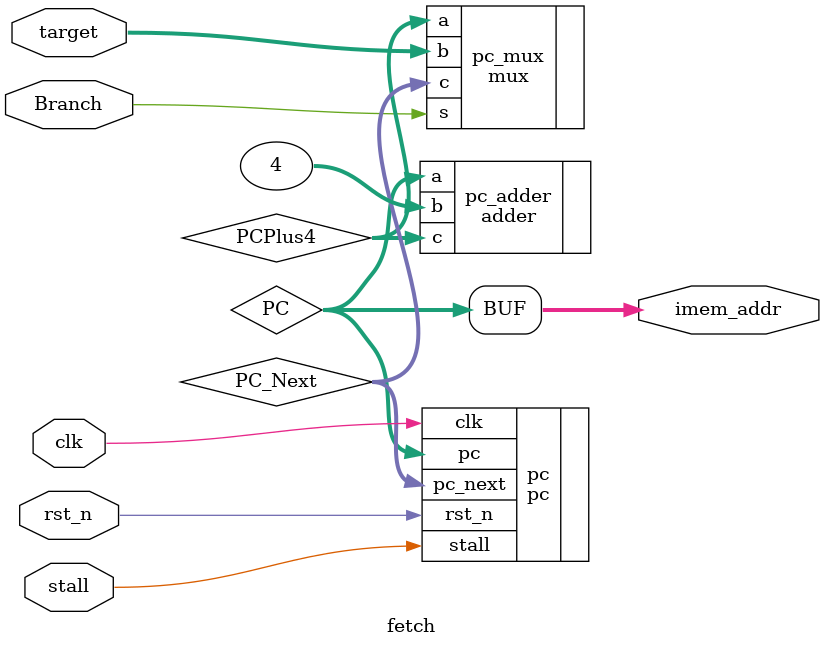
<source format=sv>
`timescale 1ns / 1ps


module fetch(input rst_n, clk, Branch, stall, input [31:0] target, output [31:0] imem_addr);
    wire [31:0] PC, PCPlus4, PC_Next;
    
    mux pc_mux(.a(PCPlus4), .b(target), .s(Branch), .c(PC_Next));
    adder pc_adder(.a(PC), .b(32'h00000004), .c(PCPlus4));
    pc pc(.clk(clk), .rst_n(rst_n), .stall(stall), .pc_next(PC_Next), .pc(PC));
    
    assign imem_addr = PC;

endmodule

</source>
